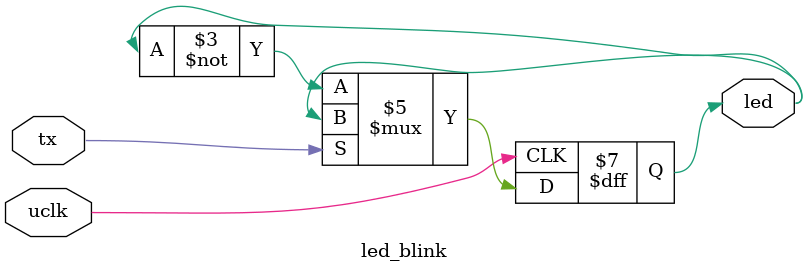
<source format=sv>
`timescale 1ns / 1ps

/*
module uart_top
#(
parameter clk_freq = 1000000,
parameter baud_rate = 9600
)
(
  input clk,rst, 
  input rx,
  input [7:0] dintx,
  input newd,
  output tx, 
  output [7:0] doutrx,
  output donetx,
  output donerx
    );
    
uarttx 
#(clk_freq, baud_rate) 
utx   
(clk, rst, newd, dintx, tx, donetx);   
    
uartrx 
#(clk_freq, baud_rate)
rtx
(clk, rst, rx, donerx, doutrx);    
    
    
endmodule */
 
 
//////////////////////////////////////////////////////////////////
 
module uarttx
#(
parameter clk_freq = 10000000,////10Mhz
parameter baud_rate = 9600
)
(
input clk,rst,
input newd,
input [7:0] tx_data,
output reg tx,lee,
output reg donetx
);
 
  localparam clkcount = (clk_freq/baud_rate); ///x
  
integer count = 0;
integer counts = 0;
 
reg uclk = 0;



  
 parameter [1:0] idle = 2'b00,
                    start = 2'b01,
                    transfer = 2'b10,
                    done = 2'b11;

    // State variables
    reg [1:0] state = idle;
 
 ///////////uart_clock_gen
  always@(posedge clk)
    begin
      if(count < clkcount/2)
        count <= count + 1;
      else begin
        count <= 0;
        uclk <= ~uclk;
      end 
    end
  
  
  reg [7:0] din;
  ////////////////////Reset decoder
  
  
  always@(posedge uclk)
    begin
      if(rst) 
      begin
        state <= idle;
      end
     else
     begin
     case(state)
       idle:
         begin
           counts <= 0;
           tx <= 1'b1;
           donetx <= 1'b0;
           
           if(newd) 
           begin
             state <= transfer;
             din <= tx_data;
             tx <= 1'b0; 
           end
           else
             state <= idle;       
         end
       
 
      
      transfer: begin
        if(counts <= 7) begin
           counts <= counts + 1;
           tx <= din[counts];
           state <= transfer;
        end
        else 
        begin
           counts <= 0;
           tx <= 1'b1;
           state <= idle;
          donetx <= 1'b1;
        end
      end
      
 
      
     
      default : state <= idle;
    endcase
  end
end

led_blink le(tx,uclk,lee);
 
endmodule
 
 
 
////////////////////////////////////////////////////////////////////
 
 
 
 
module uartrx
#(
parameter clk_freq = 1000000, //MHz 
parameter baud_rate = 9600
    )
 (
input clk,
input rst,
input rx,
output reg done,
output reg [7:0] rxdata
);
    
localparam clkcount = (clk_freq/baud_rate);
  
integer count = 0;
integer counts = 0;
  
reg uclk = 0;
  
  
enum bit[1:0] {idle = 2'b00, start = 2'b01} state;
 
 ///////////uart_clock_gen
  always@(posedge clk)
    begin
      if(count < clkcount/2)
        count <= count + 1;
      else begin
        count <= 0;
        uclk <= ~uclk;
      end 
    end
  
  
 
  always@(posedge uclk)
    begin
      if(rst) 
      begin
     rxdata <= 8'h00;
     counts <= 0;
     done <= 1'b0;
      end
     else
     begin
     case(state)
       
     idle : 
     begin
     rxdata <= 8'h00;
     counts <= 0;
     done <= 1'b0;
     
     if(rx == 1'b0)
       state <= start;
     else
       state <= idle;
     end
     
     start: 
     begin
       if(counts <= 7)
      begin
     counts <= counts + 1;
     rxdata <= {rx, rxdata[7:1]};
     end
     else
     begin
     counts <= 0;
     done <= 1'b1;
     state <= idle;
     end
     end
   
   
   default : state <= idle;
   
   endcase
 
end
 
end
 
endmodule
 
 
///////////////////////////////////////////////////////////////////
 
interface uart_if;
  logic clk;
  logic uclktx;
  logic uclkrx;
  logic rst;
  logic rx;
  logic [7:0] dintx;
  logic newd;
  logic tx;
  logic [7:0] doutrx;
  logic donetx;
  logic donerx;
  
endinterface 


/////////////////////led blinking------------/////


module led_blink(
    input tx,input uclk,
    output reg led
    );

reg [31:0]count;

always @(posedge uclk) begin

if(tx==1'b1) begin //Time is up
             //Reset count register
    led <= led;            //Toggle led (in each second)
end else begin
    led<=~led;     //Counts 100MHz clock
    end

end

endmodule
</source>
